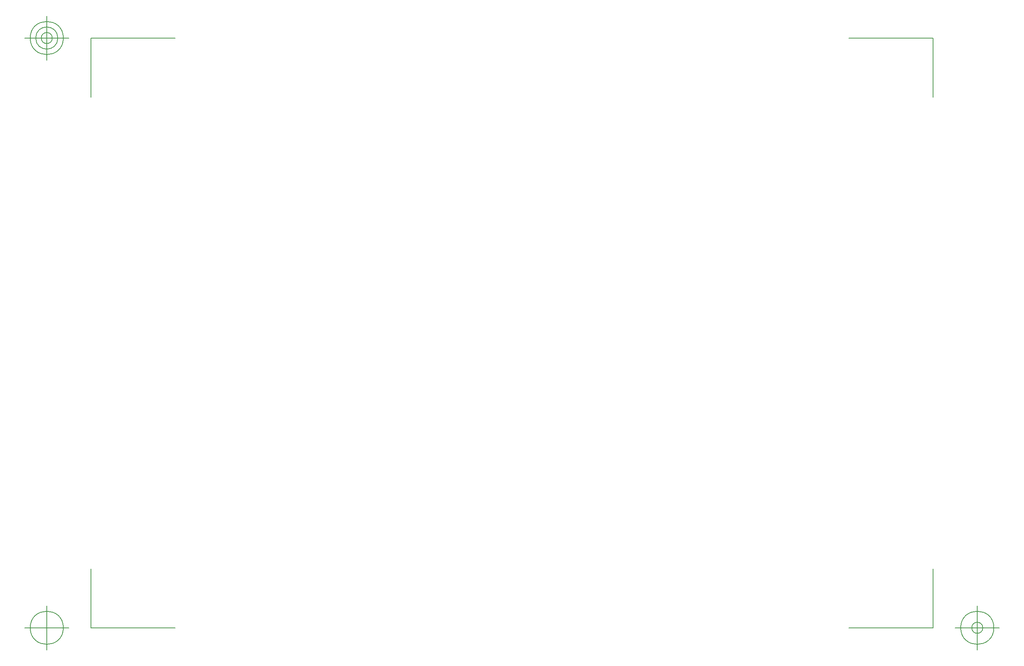
<source format=gbr>
G04 Generated by Ultiboard 14.3 *
%FSLAX34Y34*%
%MOMM*%

%ADD10C,0.0001*%
%ADD11C,0.1270*%


G04 ColorRGB FF14FF for the following layer *
%LNSilkscreen Bottom*%
%LPD*%
G54D10*
G54D11*
X-12700Y-2540D02*
X-12700Y131064D01*
X-12700Y-2540D02*
X177800Y-2540D01*
X1892300Y-2540D02*
X1701800Y-2540D01*
X1892300Y-2540D02*
X1892300Y131064D01*
X1892300Y1333500D02*
X1892300Y1199896D01*
X1892300Y1333500D02*
X1701800Y1333500D01*
X-12700Y1333500D02*
X177800Y1333500D01*
X-12700Y1333500D02*
X-12700Y1199896D01*
X-62700Y-2540D02*
X-162700Y-2540D01*
X-112700Y-52540D02*
X-112700Y47460D01*
X-150200Y-2540D02*
G75*
D01*
G02X-150200Y-2540I37500J0*
G01*
X1942300Y-2540D02*
X2042300Y-2540D01*
X1992300Y-52540D02*
X1992300Y47460D01*
X1954800Y-2540D02*
G75*
D01*
G02X1954800Y-2540I37500J0*
G01*
X1979800Y-2540D02*
G75*
D01*
G02X1979800Y-2540I12500J0*
G01*
X-62700Y1333500D02*
X-162700Y1333500D01*
X-112700Y1283500D02*
X-112700Y1383500D01*
X-150200Y1333500D02*
G75*
D01*
G02X-150200Y1333500I37500J0*
G01*
X-137700Y1333500D02*
G75*
D01*
G02X-137700Y1333500I25000J0*
G01*
X-125200Y1333500D02*
G75*
D01*
G02X-125200Y1333500I12500J0*
G01*

M02*

</source>
